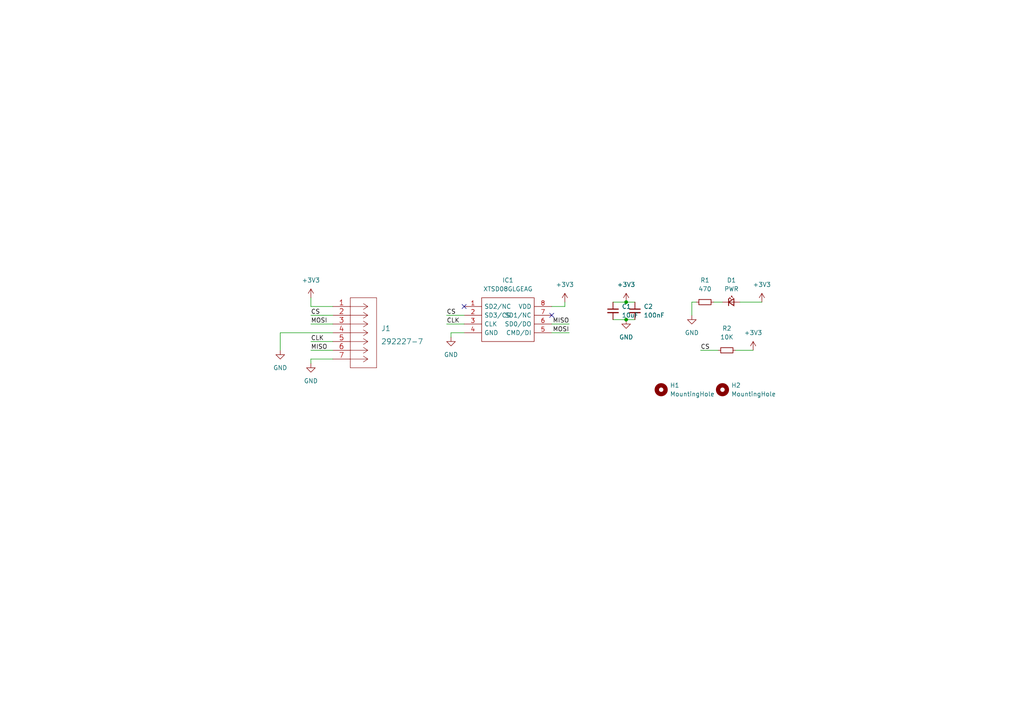
<source format=kicad_sch>
(kicad_sch (version 20211123) (generator eeschema)
  (paper "A4")
  (lib_symbols
    (symbol "Device:C_Small" (pin_numbers hide) (pin_names (offset 0.254) hide)
      (property "Reference" "C" (at 0.254 1.778 0))
      (property "Value" "C_Small" (at 0.254 -2.032 0))
      (symbol "C_Small_0_1"
        (polyline (pts (xy -1.524 -0.508) (xy 1.524 -0.508)) (stroke (width 0.3302)))
        (polyline (pts (xy -1.524 0.508) (xy 1.524 0.508)) (stroke (width 0.3048)))
      )
      (symbol "C_Small_1_1"
        (pin passive line (at 0 2.54 270) (length 2.032) (name "~") (number "1"))
        (pin passive line (at 0 -2.54 90) (length 2.032) (name "~") (number "2"))
      )
    )
    (symbol "Device:LED_Small" (pin_numbers hide) (pin_names (offset 0.254) hide)
      (property "Reference" "D" (at -1.27 3.175 0))
      (property "Value" "LED_Small" (at -4.445 -2.54 0))
      (symbol "LED_Small_0_1"
        (polyline (pts (xy -0.762 -1.016) (xy -0.762 1.016)) (stroke (width 0.254)))
        (polyline (pts (xy 1.016 0) (xy -0.762 0)))
        (polyline (pts (xy 0.762 -1.016) (xy -0.762 0) (xy 0.762 1.016) (xy 0.762 -1.016)) (stroke (width 0.254)))
        (polyline (pts (xy 0 0.762) (xy -0.508 1.27) (xy -0.254 1.27) (xy -0.508 1.27) (xy -0.508 1.016)))
        (polyline (pts (xy 0.508 1.27) (xy 0 1.778) (xy 0.254 1.778) (xy 0 1.778) (xy 0 1.524)))
      )
      (symbol "LED_Small_1_1"
        (pin passive line (at -2.54 0 0) (length 1.778) (name "K") (number "1"))
        (pin passive line (at 2.54 0 180) (length 1.778) (name "A") (number "2"))
      )
    )
    (symbol "Device:R_Small" (pin_numbers hide) (pin_names (offset 0.254) hide)
      (property "Reference" "R" (at 0.762 0.508 0))
      (property "Value" "R_Small" (at 0.762 -1.016 0))
      (symbol "R_Small_0_1"
        (rectangle (start -0.762 1.778) (end 0.762 -1.778) (stroke (width 0.2032)))
      )
      (symbol "R_Small_1_1"
        (pin passive line (at 0 2.54 270) (length 0.762) (name "~") (number "1"))
        (pin passive line (at 0 -2.54 90) (length 0.762) (name "~") (number "2"))
      )
    )
    (symbol "Mechanical:MountingHole" (pin_names (offset 1.016))
      (property "Reference" "H" (at 0 5.08 0))
      (property "Value" "MountingHole" (at 0 3.175 0))
      (symbol "MountingHole_0_1"
        (circle (center 0 0) (radius 1.27) (stroke (width 1.27)))
      )
    )
    (symbol "chest:XTSD08GLGEAG" (pin_names (offset 0.762))
      (property "Reference" "IC" (at 21.59 7.62 0))
      (property "Value" "XTSD08GLGEAG" (at 21.59 5.08 0))
      (symbol "XTSD08GLGEAG_0_0"
        (pin bidirectional line (at 0 0 0) (length 5.08) (name "SD2/NC") (number "1"))
        (pin bidirectional line (at 0 -2.54 0) (length 5.08) (name "SD3/CS") (number "2"))
        (pin input line (at 0 -5.08 0) (length 5.08) (name "CLK") (number "3"))
        (pin power_out line (at 0 -7.62 0) (length 5.08) (name "GND") (number "4"))
        (pin input line (at 25.4 -7.62 180) (length 5.08) (name "CMD/DI") (number "5"))
        (pin output line (at 25.4 -5.08 180) (length 5.08) (name "SD0/DO") (number "6"))
        (pin bidirectional line (at 25.4 -2.54 180) (length 5.08) (name "SD1/NC") (number "7"))
        (pin power_in line (at 25.4 0 180) (length 5.08) (name "VDD") (number "8"))
      )
      (symbol "XTSD08GLGEAG_0_1"
        (polyline (pts (xy 5.08 2.54) (xy 20.32 2.54) (xy 20.32 -10.16) (xy 5.08 -10.16) (xy 5.08 2.54)) (stroke (width 0.1524)))
      )
    )
    (symbol "iclr:292227-7" (pin_names (offset 0.254) hide)
      (property "Reference" "J" (at 8.89 6.35 0))
      (property "Value" "292227-7" (at 10.16 -7.62 0))
      (symbol "292227-7_1_1"
        (polyline (pts (xy 5.08 -17.78) (xy 12.7 -17.78)) (stroke (width 0.127)))
        (polyline (pts (xy 5.08 2.54) (xy 5.08 -17.78)) (stroke (width 0.127)))
        (polyline (pts (xy 10.16 -15.24) (xy 5.08 -15.24)) (stroke (width 0.127)))
        (polyline (pts (xy 10.16 -15.24) (xy 8.89 -16.0782)) (stroke (width 0.127)))
        (polyline (pts (xy 10.16 -15.24) (xy 8.89 -14.4018)) (stroke (width 0.127)))
        (polyline (pts (xy 10.16 -12.7) (xy 5.08 -12.7)) (stroke (width 0.127)))
        (polyline (pts (xy 10.16 -12.7) (xy 8.89 -13.5382)) (stroke (width 0.127)))
        (polyline (pts (xy 10.16 -12.7) (xy 8.89 -11.8618)) (stroke (width 0.127)))
        (polyline (pts (xy 10.16 -10.16) (xy 5.08 -10.16)) (stroke (width 0.127)))
        (polyline (pts (xy 10.16 -10.16) (xy 8.89 -10.9982)) (stroke (width 0.127)))
        (polyline (pts (xy 10.16 -10.16) (xy 8.89 -9.3218)) (stroke (width 0.127)))
        (polyline (pts (xy 10.16 -7.62) (xy 5.08 -7.62)) (stroke (width 0.127)))
        (polyline (pts (xy 10.16 -7.62) (xy 8.89 -8.4582)) (stroke (width 0.127)))
        (polyline (pts (xy 10.16 -7.62) (xy 8.89 -6.7818)) (stroke (width 0.127)))
        (polyline (pts (xy 10.16 -5.08) (xy 5.08 -5.08)) (stroke (width 0.127)))
        (polyline (pts (xy 10.16 -5.08) (xy 8.89 -5.9182)) (stroke (width 0.127)))
        (polyline (pts (xy 10.16 -5.08) (xy 8.89 -4.2418)) (stroke (width 0.127)))
        (polyline (pts (xy 10.16 -2.54) (xy 5.08 -2.54)) (stroke (width 0.127)))
        (polyline (pts (xy 10.16 -2.54) (xy 8.89 -3.3782)) (stroke (width 0.127)))
        (polyline (pts (xy 10.16 -2.54) (xy 8.89 -1.7018)) (stroke (width 0.127)))
        (polyline (pts (xy 10.16 0) (xy 5.08 0)) (stroke (width 0.127)))
        (polyline (pts (xy 10.16 0) (xy 8.89 -0.8382)) (stroke (width 0.127)))
        (polyline (pts (xy 10.16 0) (xy 8.89 0.8382)) (stroke (width 0.127)))
        (polyline (pts (xy 12.7 -17.78) (xy 12.7 2.54)) (stroke (width 0.127)))
        (polyline (pts (xy 12.7 2.54) (xy 5.08 2.54)) (stroke (width 0.127)))
        (pin unspecified line (at 0 0 0) (length 5.08) (name "1") (number "1"))
        (pin unspecified line (at 0 -2.54 0) (length 5.08) (name "2") (number "2"))
        (pin unspecified line (at 0 -5.08 0) (length 5.08) (name "3") (number "3"))
        (pin unspecified line (at 0 -7.62 0) (length 5.08) (name "4") (number "4"))
        (pin unspecified line (at 0 -10.16 0) (length 5.08) (name "5") (number "5"))
        (pin unspecified line (at 0 -12.7 0) (length 5.08) (name "6") (number "6"))
        (pin unspecified line (at 0 -15.24 0) (length 5.08) (name "7") (number "7"))
      )
    )
    (symbol "power:+3.3V" (power) (pin_names (offset 0))
      (property "Value" "+3.3V" (at 0 3.556 0))
      (symbol "+3.3V_0_1"
        (polyline (pts (xy -0.762 1.27) (xy 0 2.54)))
        (polyline (pts (xy 0 0) (xy 0 2.54)))
        (polyline (pts (xy 0 2.54) (xy 0.762 1.27)))
      )
      (symbol "+3.3V_1_1"
        (pin power_in line (at 0 0 90) (length 0) hide (name "+3V3") (number "1"))
      )
    )
    (symbol "power:GND" (power) (pin_names (offset 0))
      (property "Value" "GND" (at 0 -3.81 0))
      (symbol "GND_0_1"
        (polyline (pts (xy 0 0) (xy 0 -1.27) (xy 1.27 -1.27) (xy 0 -2.54) (xy -1.27 -1.27) (xy 0 -1.27)))
      )
      (symbol "GND_1_1"
        (pin power_in line (at 0 0 270) (length 0) hide (name "GND") (number "1"))
      )
    )
  )
  (junction (at 181.61 92.71))
  (junction (at 181.61 87.63))
  (no_connect (at 134.62 88.9))
  (no_connect (at 160.02 91.44))
  (wire (pts (xy 200.66 87.63) (xy 201.93 87.63)))
  (wire (pts (xy 203.2 101.6) (xy 208.28 101.6)))
  (wire (pts (xy 129.54 93.98) (xy 134.62 93.98)))
  (wire (pts (xy 90.17 88.9) (xy 96.52 88.9)))
  (wire (pts (xy 207.01 87.63) (xy 209.55 87.63)))
  (wire (pts (xy 81.28 96.52) (xy 81.28 101.6)))
  (wire (pts (xy 90.17 91.44) (xy 96.52 91.44)))
  (wire (pts (xy 130.81 97.79) (xy 130.81 96.52)))
  (wire (pts (xy 96.52 104.14) (xy 90.17 104.14)))
  (wire (pts (xy 90.17 101.6) (xy 96.52 101.6)))
  (wire (pts (xy 177.8 87.63) (xy 181.61 87.63)))
  (wire (pts (xy 129.54 91.44) (xy 134.62 91.44)))
  (wire (pts (xy 90.17 99.06) (xy 96.52 99.06)))
  (wire (pts (xy 160.02 96.52) (xy 165.1 96.52)))
  (wire (pts (xy 96.52 96.52) (xy 81.28 96.52)))
  (wire (pts (xy 214.63 87.63) (xy 220.98 87.63)))
  (wire (pts (xy 130.81 96.52) (xy 134.62 96.52)))
  (wire (pts (xy 90.17 93.98) (xy 96.52 93.98)))
  (wire (pts (xy 177.8 92.71) (xy 181.61 92.71)))
  (wire (pts (xy 181.61 87.63) (xy 184.15 87.63)))
  (wire (pts (xy 90.17 104.14) (xy 90.17 105.41)))
  (wire (pts (xy 213.36 101.6) (xy 218.44 101.6)))
  (wire (pts (xy 181.61 92.71) (xy 184.15 92.71)))
  (wire (pts (xy 163.83 88.9) (xy 160.02 88.9)))
  (wire (pts (xy 200.66 91.44) (xy 200.66 87.63)))
  (wire (pts (xy 160.02 93.98) (xy 165.1 93.98)))
  (wire (pts (xy 163.83 87.63) (xy 163.83 88.9)))
  (wire (pts (xy 90.17 86.36) (xy 90.17 88.9)))
  (label "CS" (at 129.54 91.44 0))
  (label "CLK" (at 129.54 93.98 0))
  (label "MOSI" (at 90.17 93.98 0))
  (label "MISO" (at 165.1 93.98 180))
  (label "MOSI" (at 165.1 96.52 180))
  (label "CS" (at 90.17 91.44 0))
  (label "MISO" (at 90.17 101.6 0))
  (label "CLK" (at 90.17 99.06 0))
  (label "CS" (at 203.2 101.6 0))
  (symbol (lib_id "power:+3.3V") (at 218.44 101.6 0) (unit 1)
    (property "Reference" "#PWR010" (effects hide))
    (property "Value" "+3.3V" (at 218.44 96.52 0))
  )
  (symbol (lib_id "Device:R_Small") (at 210.82 101.6 270) (unit 1)
    (property "Reference" "R2" (at 210.82 95.25 90))
    (property "Value" "10K" (at 210.82 97.79 90))
    (property "Footprint" "Resistor_SMD:R_0603_1608Metric" (effects hide))
  )
  (symbol (lib_id "power:GND") (at 181.61 92.71 0) (unit 1)
    (property "Reference" "#PWR07" (effects hide))
    (property "Value" "GND" (at 181.61 97.79 0))
  )
  (symbol (lib_id "Device:C_Small") (at 184.15 90.17 0) (unit 1)
    (property "Reference" "C2" (at 186.69 88.9062 0) (effects (justify left)))
    (property "Value" "100nF" (at 186.69 91.4462 0) (effects (justify left)))
    (property "Footprint" "Capacitor_SMD:C_0603_1608Metric" (effects hide))
  )
  (symbol (lib_id "power:+3.3V") (at 163.83 87.63 0) (unit 1)
    (property "Reference" "#PWR05" (effects hide))
    (property "Value" "+3.3V" (at 163.83 82.55 0))
  )
  (symbol (lib_id "power:GND") (at 130.81 97.79 0) (unit 1)
    (property "Reference" "#PWR04" (effects hide))
    (property "Value" "GND" (at 130.81 102.87 0))
  )
  (symbol (lib_id "Mechanical:MountingHole") (at 191.77 113.03 0) (unit 1)
    (property "Reference" "H1" (at 194.31 111.7599 0) (effects (justify left)))
    (property "Value" "MountingHole" (at 194.31 114.2999 0) (effects (justify left)))
    (property "Footprint" "MountingHole:MountingHole_2.7mm_M2.5_DIN965" (effects hide))
  )
  (symbol (lib_id "power:+3.3V") (at 181.61 87.63 0) (unit 1)
    (property "Reference" "#PWR06" (effects hide))
    (property "Value" "+3.3V" (at 181.61 82.55 0))
  )
  (symbol (lib_id "Device:C_Small") (at 177.8 90.17 0) (unit 1)
    (property "Reference" "C1" (at 180.34 88.9062 0) (effects (justify left)))
    (property "Value" "10uF" (at 180.34 91.4462 0) (effects (justify left)))
    (property "Footprint" "Capacitor_SMD:C_0603_1608Metric" (effects hide))
  )
  (symbol (lib_id "power:+3.3V") (at 90.17 86.36 0) (unit 1)
    (property "Reference" "#PWR02" (effects hide))
    (property "Value" "+3.3V" (at 90.17 81.28 0))
  )
  (symbol (lib_id "power:+3.3V") (at 220.98 87.63 0) (unit 1)
    (property "Reference" "#PWR09" (effects hide))
    (property "Value" "+3.3V" (at 220.98 82.55 0))
  )
  (symbol (lib_id "power:GND") (at 90.17 105.41 0) (unit 1)
    (property "Reference" "#PWR03" (effects hide))
    (property "Value" "GND" (at 90.17 110.49 0))
  )
  (symbol (lib_id "chest:XTSD08GLGEAG") (at 134.62 88.9 0) (unit 1)
    (property "Reference" "IC1" (at 147.32 81.28 0))
    (property "Value" "XTSD08GLGEAG" (at 147.32 83.82 0))
    (property "Footprint" "chest:SON127P800X600X95-8N" (effects hide))
    (property "Datasheet" "https://datasheet.lcsc.com/szlcsc/2005251034_XTX-XTSD08GLGEAG_C558840.pdf" (effects hide))
    (property "Description" "XTSD01G/XTSD02G/XTSD04G/XTSD08G SD NAND LGA8" (effects hide))
    (property "Height" "0.95" (effects hide))
    (property "Manufacturer_Name" "XTX" (effects hide))
    (property "Manufacturer_Part_Number" "XTSD08GLGEAG" (effects hide))
  )
  (symbol (lib_id "power:GND") (at 81.28 101.6 0) (unit 1)
    (property "Reference" "#PWR01" (effects hide))
    (property "Value" "GND" (at 81.28 106.68 0))
  )
  (symbol (lib_id "iclr:292227-7") (at 96.52 88.9 0) (unit 1)
    (property "Reference" "J1" (at 110.49 95.25 0) (effects (font (size 1.524 1.524)) (justify left)))
    (property "Value" "292227-7" (at 110.49 99.06 0) (effects (font (size 1.524 1.524)) (justify left)))
    (property "Footprint" "iclr:292227-7" (effects hide))
  )
  (symbol (lib_id "Device:R_Small") (at 204.47 87.63 90) (unit 1)
    (property "Reference" "R1" (at 204.47 81.28 90))
    (property "Value" "470" (at 204.47 83.82 90))
    (property "Footprint" "Resistor_SMD:R_0603_1608Metric" (effects hide))
  )
  (symbol (lib_id "Mechanical:MountingHole") (at 209.55 113.03 0) (unit 1)
    (property "Reference" "H2" (at 212.09 111.7599 0) (effects (justify left)))
    (property "Value" "MountingHole" (at 212.09 114.2999 0) (effects (justify left)))
    (property "Footprint" "MountingHole:MountingHole_2.7mm_M2.5_DIN965" (effects hide))
  )
  (symbol (lib_id "power:GND") (at 200.66 91.44 0) (unit 1)
    (property "Reference" "#PWR08" (effects hide))
    (property "Value" "GND" (at 200.66 96.52 0))
  )
  (symbol (lib_id "Device:LED_Small") (at 212.09 87.63 0) (unit 1)
    (property "Reference" "D1" (at 212.1535 81.28 0))
    (property "Value" "PWR" (at 212.1535 83.82 0))
    (property "Footprint" "LED_SMD:LED_0603_1608Metric" (effects hide))
  )
)
</source>
